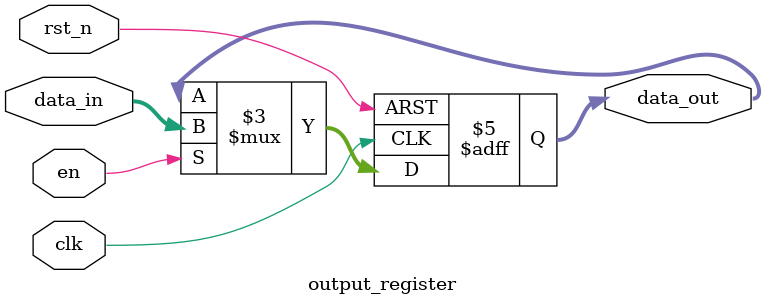
<source format=sv>

module decoder_sync_reg (
    input wire clk, 
    input wire rst_n, 
    input wire en,
    input wire [3:0] addr,
    output wire [15:0] decoded
);
    // 内部连线
    wire [15:0] decoded_combinational;
    
    // 组合逻辑部分 - 地址解码
    address_decoder addr_decoder_inst (
        .addr(addr),
        .decoded(decoded_combinational)
    );
    
    // 时序逻辑部分 - 输出寄存器
    output_register output_reg_inst (
        .clk(clk),
        .rst_n(rst_n),
        .en(en),
        .data_in(decoded_combinational),
        .data_out(decoded)
    );
    
endmodule

// 纯组合逻辑解码器子模块
module address_decoder (
    input wire [3:0] addr,
    output wire [15:0] decoded
);
    // 使用assign语句实现组合逻辑
    assign decoded = (1'b1 << addr);
    
endmodule

// 纯时序逻辑输出寄存器子模块
module output_register (
    input wire clk, 
    input wire rst_n, 
    input wire en,
    input wire [15:0] data_in,
    output reg [15:0] data_out
);
    // 时序逻辑部分 - 仅在时钟边沿触发
    always @(posedge clk or negedge rst_n) begin
        if (!rst_n) begin
            data_out <= 16'h0000;
        end
        else if (en) begin
            data_out <= data_in;
        end
    end
    
endmodule
</source>
